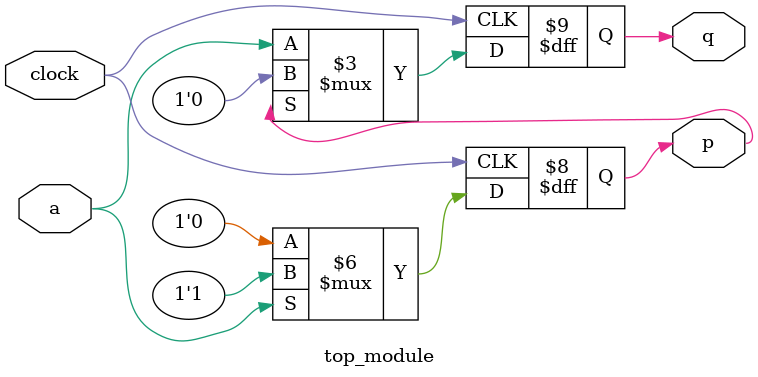
<source format=sv>
module top_module (
    input clock,
    input a, 
    output reg p,
    output reg q
);

always @(posedge clock) begin
    // Update p
    if (a) begin
        p <= 1;
    end else begin
        p <= 0;
    end

    // Update q
    if (p) begin
        q <= 0;
    end else begin
        q <= a;
    end
end

endmodule

</source>
